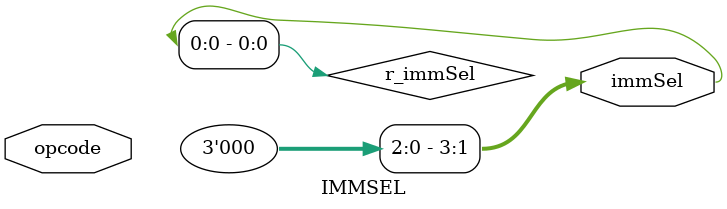
<source format=v>
module IMMSEL( input opcode,
               output [3:0] immSel
);
reg r_immSel;
assign immSel = r_immSel;
    always @(*) begin
        case (opcode)
            7'b0110011: r_immSel <= 4'h0;
            7'b0010011: r_immSel <= 4'h1;
            7'b0100011: r_immSel <= 4'h2;
            7'b1100011: r_immSel <= 4'h3;
            7'b0110111: r_immSel <= 4'h4;
            7'b0010111: r_immSel <= 4'h4;
            7'b1101111: r_immSel <= 4'h5;
        endcase
    end

endmodule

</source>
